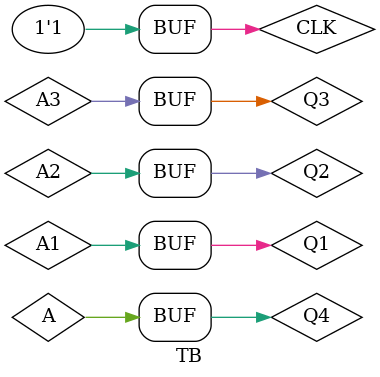
<source format=v>
`timescale 1ns / 1ps
module TB(); 
	 reg A, A1, A2, A3;
    reg CLK;
    wire Q1, Q2, Q3, Q4;
	 wire QP1, QP2, QP3, QP4;
	 
    fliflopD  D(.A(A)   , .CL (CLK)  ,.Q(Q1)  ,.QP(QP1));
    fliflopD  D1(.A(A1) , .CL (CLK)  ,.Q(Q2)  ,.QP(QP2));
	 fliflopD  D2(.A(A2) , .CL (CLK)  ,.Q(Q3)  ,.QP(QP3));
	 fliflopD  D3(.A(A3) , .CL (CLK)  ,.Q(Q4)  ,.QP(QP4));
	 
	 initial begin
	 A = 1'b1;
	 CLK = 1'b1;
	 #50
	 A1 = Q1;
	 CLK = 1'b1;
	 #50
	 A2 = Q2;
	 CLK = 1'b1;
	 #50
	 A3 = Q3;
	 CLK = 1'b1;
	 #50
	 A = Q4;
	 CLK = 1'b1;

	 
	 end
endmodule



</source>
